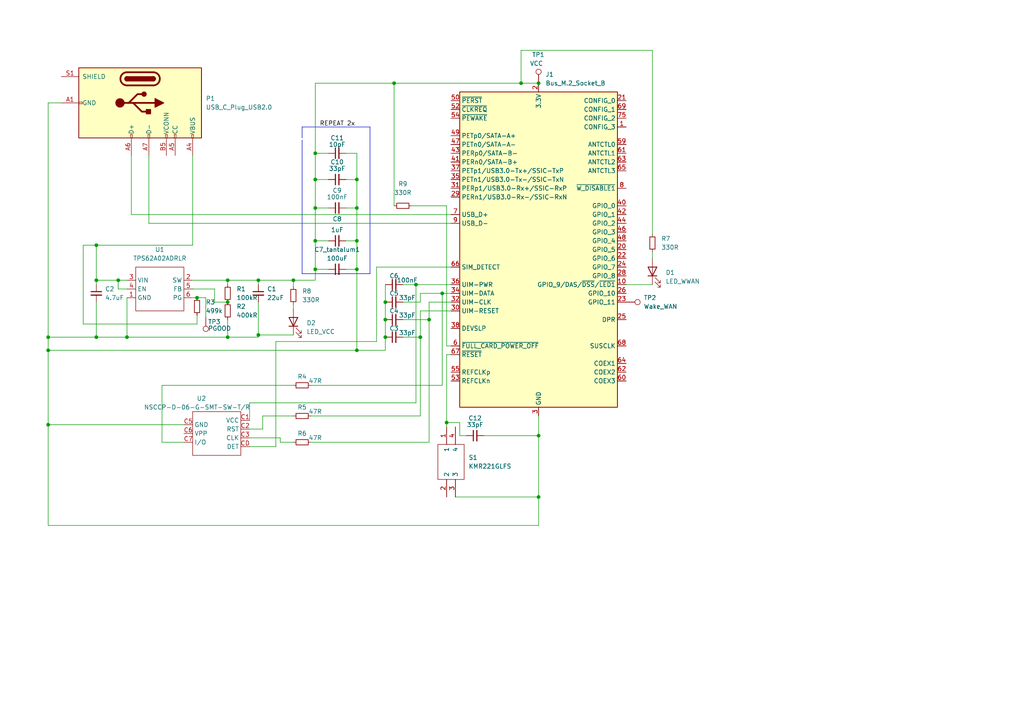
<source format=kicad_sch>
(kicad_sch (version 20230121) (generator eeschema)
  (paper "A4")
  (lib_symbols
    (symbol "Connector:Bus_M.2_Socket_B"
      (property "Reference" "J" (at -22.86 46.99 0))
      (property "Value" "Bus_M.2_Socket_B" (at 16.51 46.99 0))
      (symbol "Bus_M.2_Socket_B_0_1"
        (rectangle (start -22.86 45.72) (end 22.86 -45.72) (stroke (width 0.254)) (fill (type background)))
      )
      (symbol "Bus_M.2_Socket_B_1_1"
        (pin input line (at 25.4 35.56 180) (length 2.54) (name "CONFIG_3") (number "1"))
        (pin bidirectional line (at 25.4 -10.16 180) (length 2.54) (name "GPIO_9/DAS/~{DSS}/~{LED1}") (number "10"))
        (pin passive line (at 0 -48.26 90) (length 2.54) hide (name "GND") (number "11"))
        (pin power_in line (at 0 48.26 270) (length 2.54) (name "3.3V") (number "2"))
        (pin bidirectional line (at 25.4 0 180) (length 2.54) (name "GPIO_5") (number "20"))
        (pin input line (at 25.4 43.18 180) (length 2.54) (name "CONFIG_0") (number "21"))
        (pin bidirectional line (at 25.4 -2.54 180) (length 2.54) (name "GPIO_6") (number "22"))
        (pin bidirectional line (at 25.4 -15.24 180) (length 2.54) (name "GPIO_11") (number "23"))
        (pin bidirectional line (at 25.4 -5.08 180) (length 2.54) (name "GPIO_7") (number "24"))
        (pin output line (at 25.4 -20.32 180) (length 2.54) (name "DPR") (number "25"))
        (pin bidirectional line (at 25.4 -12.7 180) (length 2.54) (name "GPIO_10") (number "26"))
        (pin passive line (at 0 -48.26 90) (length 2.54) hide (name "GND") (number "27"))
        (pin bidirectional line (at 25.4 -7.62 180) (length 2.54) (name "GPIO_8") (number "28"))
        (pin input line (at -25.4 15.24 0) (length 2.54) (name "PERn1/USB3.0-Rx-/SSIC-RxN") (number "29"))
        (pin power_in line (at 0 -48.26 90) (length 2.54) (name "GND") (number "3"))
        (pin input line (at -25.4 -17.78 0) (length 2.54) (name "UIM-RESET") (number "30"))
        (pin input line (at -25.4 17.78 0) (length 2.54) (name "PERp1/USB3.0-Rx+/SSIC-RxP") (number "31"))
        (pin input line (at -25.4 -15.24 0) (length 2.54) (name "UIM-CLK") (number "32"))
        (pin passive line (at 0 -48.26 90) (length 2.54) hide (name "GND") (number "33"))
        (pin bidirectional line (at -25.4 -12.7 0) (length 2.54) (name "UIM-DATA") (number "34"))
        (pin output line (at -25.4 20.32 0) (length 2.54) (name "PETn1/USB3.0-Tx-/SSIC-TxN") (number "35"))
        (pin input line (at -25.4 -10.16 0) (length 2.54) (name "UIM-PWR") (number "36"))
        (pin output line (at -25.4 22.86 0) (length 2.54) (name "PETp1/USB3.0-Tx+/SSIC-TxP") (number "37"))
        (pin output line (at -25.4 -22.86 0) (length 2.54) (name "DEVSLP") (number "38"))
        (pin passive line (at 0 -48.26 90) (length 2.54) hide (name "GND") (number "39"))
        (pin passive line (at 0 48.26 270) (length 2.54) hide (name "3.3V") (number "4"))
        (pin bidirectional line (at 25.4 12.7 180) (length 2.54) (name "GPIO_0") (number "40"))
        (pin input line (at -25.4 25.4 0) (length 2.54) (name "PERn0/SATA-B+") (number "41"))
        (pin bidirectional line (at 25.4 10.16 180) (length 2.54) (name "GPIO_1") (number "42"))
        (pin input line (at -25.4 27.94 0) (length 2.54) (name "PERp0/SATA-B-") (number "43"))
        (pin bidirectional line (at 25.4 7.62 180) (length 2.54) (name "GPIO_2") (number "44"))
        (pin passive line (at 0 -48.26 90) (length 2.54) hide (name "GND") (number "45"))
        (pin bidirectional line (at 25.4 5.08 180) (length 2.54) (name "GPIO_3") (number "46"))
        (pin output line (at -25.4 30.48 0) (length 2.54) (name "PETn0/SATA-A-") (number "47"))
        (pin bidirectional line (at 25.4 2.54 180) (length 2.54) (name "GPIO_4") (number "48"))
        (pin output line (at -25.4 33.02 0) (length 2.54) (name "PETp0/SATA-A+") (number "49"))
        (pin passive line (at 0 -48.26 90) (length 2.54) hide (name "GND") (number "5"))
        (pin output line (at -25.4 43.18 0) (length 2.54) (name "~{PERST}") (number "50"))
        (pin passive line (at 0 -48.26 90) (length 2.54) hide (name "GND") (number "51"))
        (pin bidirectional line (at -25.4 40.64 0) (length 2.54) (name "~{CLKREQ}") (number "52"))
        (pin output line (at -25.4 -38.1 0) (length 2.54) (name "REFCLKn") (number "53"))
        (pin bidirectional line (at -25.4 38.1 0) (length 2.54) (name "~{PEWAKE}") (number "54"))
        (pin output line (at -25.4 -35.56 0) (length 2.54) (name "REFCLKp") (number "55"))
        (pin no_connect line (at 22.86 -43.18 180) (length 2.54) hide (name "NC") (number "56"))
        (pin passive line (at 0 -48.26 90) (length 2.54) hide (name "GND") (number "57"))
        (pin no_connect line (at 22.86 -40.64 180) (length 2.54) hide (name "NC") (number "58"))
        (pin input line (at 25.4 30.48 180) (length 2.54) (name "ANTCTL0") (number "59"))
        (pin output line (at -25.4 -27.94 0) (length 2.54) (name "~{FULL_CARD_POWER_OFF}") (number "6"))
        (pin bidirectional line (at 25.4 -38.1 180) (length 2.54) (name "COEX3") (number "60"))
        (pin input line (at 25.4 27.94 180) (length 2.54) (name "ANTCTL1") (number "61"))
        (pin bidirectional line (at 25.4 -35.56 180) (length 2.54) (name "COEX2") (number "62"))
        (pin input line (at 25.4 25.4 180) (length 2.54) (name "ANTCTL2") (number "63"))
        (pin bidirectional line (at 25.4 -33.02 180) (length 2.54) (name "COEX1") (number "64"))
        (pin input line (at 25.4 22.86 180) (length 2.54) (name "ANTCTL3") (number "65"))
        (pin output line (at -25.4 -5.08 0) (length 2.54) (name "SIM_DETECT") (number "66"))
        (pin output line (at -25.4 -30.48 0) (length 2.54) (name "~{RESET}") (number "67"))
        (pin output line (at 25.4 -27.94 180) (length 2.54) (name "SUSCLK") (number "68"))
        (pin input line (at 25.4 40.64 180) (length 2.54) (name "CONFIG_1") (number "69"))
        (pin bidirectional line (at -25.4 10.16 0) (length 2.54) (name "USB_D+") (number "7"))
        (pin passive line (at 0 48.26 270) (length 2.54) hide (name "3.3V") (number "70"))
        (pin passive line (at 0 -48.26 90) (length 2.54) hide (name "GND") (number "71"))
        (pin passive line (at 0 48.26 270) (length 2.54) hide (name "3.3V") (number "72"))
        (pin passive line (at 0 -48.26 90) (length 2.54) hide (name "GND") (number "73"))
        (pin passive line (at 0 48.26 270) (length 2.54) hide (name "3.3V") (number "74"))
        (pin input line (at 25.4 38.1 180) (length 2.54) (name "CONFIG_2") (number "75"))
        (pin output line (at 25.4 17.78 180) (length 2.54) (name "~{W_DISABLE1}") (number "8"))
        (pin bidirectional line (at -25.4 7.62 0) (length 2.54) (name "USB_D-") (number "9"))
      )
    )
    (symbol "Connector:TestPoint" (pin_numbers hide) (pin_names (offset 0.762) hide)
      (property "Reference" "TP" (at 0 6.858 0))
      (property "Value" "TestPoint" (at 0 5.08 0))
      (symbol "TestPoint_0_1"
        (circle (center 0 3.302) (radius 0.762))
      )
      (symbol "TestPoint_1_1"
        (pin passive line (at 0 0 90) (length 2.54) (name "1") (number "1"))
      )
    )
    (symbol "Connector:USB_C_Plug_USB2.0" (pin_names (offset 1.016))
      (property "Reference" "P" (at -10.16 19.05 0))
      (property "Value" "USB_C_Plug_USB2.0" (at 12.7 19.05 0))
      (symbol "USB_C_Plug_USB2.0_0_0"
        (rectangle (start -0.254 -17.78) (end 0.254 -16.764))
        (rectangle (start 10.16 -2.286) (end 9.144 -2.794))
        (rectangle (start 10.16 2.794) (end 9.144 2.286))
        (rectangle (start 10.16 7.874) (end 9.144 7.366))
        (rectangle (start 10.16 10.414) (end 9.144 9.906))
        (rectangle (start 10.16 15.494) (end 9.144 14.986))
      )
      (symbol "USB_C_Plug_USB2.0_0_1"
        (rectangle (start -10.16 17.78) (end 10.16 -17.78) (stroke (width 0.254)) (fill (type background)))
        (arc (start -8.89 -3.81) (mid -6.985 -5.7067) (end -5.08 -3.81) (stroke (width 0.508)))
        (arc (start -7.62 -3.81) (mid -6.985 -4.4423) (end -6.35 -3.81) (stroke (width 0.254)))
        (arc (start -7.62 -3.81) (mid -6.985 -4.4423) (end -6.35 -3.81) (stroke (width 0.254)) (fill (type outline)))
        (rectangle (start -7.62 -3.81) (end -6.35 3.81) (stroke (width 0.254)) (fill (type outline)))
        (arc (start -6.35 3.81) (mid -6.985 4.4423) (end -7.62 3.81) (stroke (width 0.254)))
        (arc (start -6.35 3.81) (mid -6.985 4.4423) (end -7.62 3.81) (stroke (width 0.254)) (fill (type outline)))
        (arc (start -5.08 3.81) (mid -6.985 5.7067) (end -8.89 3.81) (stroke (width 0.508)))
        (circle (center -2.54 1.143) (radius 0.635) (stroke (width 0.254)) (fill (type outline)))
        (circle (center 0 -5.842) (radius 1.27) (fill (type outline)))
        (polyline (pts (xy -8.89 -3.81) (xy -8.89 3.81)) (stroke (width 0.508)))
        (polyline (pts (xy -5.08 3.81) (xy -5.08 -3.81)) (stroke (width 0.508)))
        (polyline (pts (xy 0 -5.842) (xy 0 4.318)) (stroke (width 0.508)))
        (polyline (pts (xy 0 -3.302) (xy -2.54 -0.762) (xy -2.54 0.508)) (stroke (width 0.508)))
        (polyline (pts (xy 0 -2.032) (xy 2.54 0.508) (xy 2.54 1.778)) (stroke (width 0.508)))
        (polyline (pts (xy -1.27 4.318) (xy 0 6.858) (xy 1.27 4.318) (xy -1.27 4.318)) (stroke (width 0.254)) (fill (type outline)))
        (rectangle (start 1.905 1.778) (end 3.175 3.048) (stroke (width 0.254)) (fill (type outline)))
      )
      (symbol "USB_C_Plug_USB2.0_1_1"
        (pin passive line (at 0 -22.86 90) (length 5.08) (name "GND") (number "A1"))
        (pin passive line (at 0 -22.86 90) (length 5.08) hide (name "GND") (number "A12"))
        (pin passive line (at 15.24 15.24 180) (length 5.08) (name "VBUS") (number "A4"))
        (pin bidirectional line (at 15.24 10.16 180) (length 5.08) (name "CC") (number "A5"))
        (pin bidirectional line (at 15.24 -2.54 180) (length 5.08) (name "D+") (number "A6"))
        (pin bidirectional line (at 15.24 2.54 180) (length 5.08) (name "D-") (number "A7"))
        (pin passive line (at 15.24 15.24 180) (length 5.08) hide (name "VBUS") (number "A9"))
        (pin passive line (at 0 -22.86 90) (length 5.08) hide (name "GND") (number "B1"))
        (pin passive line (at 0 -22.86 90) (length 5.08) hide (name "GND") (number "B12"))
        (pin passive line (at 15.24 15.24 180) (length 5.08) hide (name "VBUS") (number "B4"))
        (pin bidirectional line (at 15.24 7.62 180) (length 5.08) (name "VCONN") (number "B5"))
        (pin passive line (at 15.24 15.24 180) (length 5.08) hide (name "VBUS") (number "B9"))
        (pin passive line (at -7.62 -22.86 90) (length 5.08) (name "SHIELD") (number "S1"))
      )
    )
    (symbol "Custom:KMR221GLFS" (pin_names (offset 0.762))
      (property "Reference" "S" (at 16.51 7.62 0))
      (property "Value" "KMR221GLFS" (at 16.51 5.08 0))
      (symbol "KMR221GLFS_0_0"
        (pin passive line (at 0 -2.54 0) (length 5.08) (name "1") (number "1"))
        (pin passive line (at 20.32 -2.54 180) (length 5.08) (name "2") (number "2"))
        (pin passive line (at 20.32 0 180) (length 5.08) (name "3") (number "3"))
        (pin passive line (at 0 0 0) (length 5.08) (name "4") (number "4"))
      )
      (symbol "KMR221GLFS_0_1"
        (polyline (pts (xy 5.08 2.54) (xy 15.24 2.54) (xy 15.24 -5.08) (xy 5.08 -5.08) (xy 5.08 2.54)) (stroke (width 0.1524)))
      )
    )
    (symbol "Device:C_Small" (pin_numbers hide) (pin_names (offset 0.254) hide)
      (property "Reference" "C" (at 0.254 1.778 0))
      (property "Value" "C_Small" (at 0.254 -2.032 0))
      (symbol "C_Small_0_1"
        (polyline (pts (xy -1.524 -0.508) (xy 1.524 -0.508)) (stroke (width 0.3302)))
        (polyline (pts (xy -1.524 0.508) (xy 1.524 0.508)) (stroke (width 0.3048)))
      )
      (symbol "C_Small_1_1"
        (pin passive line (at 0 2.54 270) (length 2.032) (name "~") (number "1"))
        (pin passive line (at 0 -2.54 90) (length 2.032) (name "~") (number "2"))
      )
    )
    (symbol "Device:LED" (pin_numbers hide) (pin_names (offset 1.016) hide)
      (property "Reference" "D" (at 0 2.54 0))
      (property "Value" "LED" (at 0 -2.54 0))
      (symbol "LED_0_1"
        (polyline (pts (xy -1.27 -1.27) (xy -1.27 1.27)) (stroke (width 0.254)))
        (polyline (pts (xy -1.27 0) (xy 1.27 0)))
        (polyline (pts (xy 1.27 -1.27) (xy 1.27 1.27) (xy -1.27 0) (xy 1.27 -1.27)) (stroke (width 0.254)))
        (polyline (pts (xy -3.048 -0.762) (xy -4.572 -2.286) (xy -3.81 -2.286) (xy -4.572 -2.286) (xy -4.572 -1.524)))
        (polyline (pts (xy -1.778 -0.762) (xy -3.302 -2.286) (xy -2.54 -2.286) (xy -3.302 -2.286) (xy -3.302 -1.524)))
      )
      (symbol "LED_1_1"
        (pin passive line (at -3.81 0 0) (length 2.54) (name "K") (number "1"))
        (pin passive line (at 3.81 0 180) (length 2.54) (name "A") (number "2"))
      )
    )
    (symbol "Device:R_Small" (pin_numbers hide) (pin_names (offset 0.254) hide)
      (property "Reference" "R" (at 0.762 0.508 0))
      (property "Value" "R_Small" (at 0.762 -1.016 0))
      (symbol "R_Small_0_1"
        (rectangle (start -0.762 1.778) (end 0.762 -1.778) (stroke (width 0.2032)))
      )
      (symbol "R_Small_1_1"
        (pin passive line (at 0 2.54 270) (length 0.762) (name "~") (number "1"))
        (pin passive line (at 0 -2.54 90) (length 0.762) (name "~") (number "2"))
      )
    )
    (symbol "Roamer_lib:NSCCP-D-06-G-SMT-SW-T{slash}R"
      (property "Reference" "U" (at 3.175 -5.08 0))
      (property "Value" "NSCCP-D-06-G-SMT-SW-T{slash}R" (at -15.24 -5.08 0))
      (symbol "NSCCP-D-06-G-SMT-SW-T{slash}R_0_1"
        (rectangle (start -13.335 -20.955) (end 0.635 -8.255))
      )
      (symbol "NSCCP-D-06-G-SMT-SW-T{slash}R_1_1"
        (pin power_in line (at 3.175 -10.795 180) (length 2.54) (name "VCC") (number "C1"))
        (pin input line (at 3.175 -13.335 180) (length 2.54) (name "RST") (number "C2"))
        (pin input line (at 3.175 -15.875 180) (length 2.54) (name "CLK") (number "C3"))
        (pin passive line (at -15.875 -12.065 0) (length 2.54) (name "GND") (number "C5"))
        (pin input line (at -15.875 -14.605 0) (length 2.54) (name "VPP") (number "C6"))
        (pin bidirectional line (at -15.875 -17.145 0) (length 2.54) (name "I/O") (number "C7"))
        (pin output line (at 3.175 -18.415 180) (length 2.54) (name "DET") (number "CD"))
      )
    )
    (symbol "Roamer_lib:TPS62A02ADRLR"
      (property "Reference" "U" (at -3.81 -0.635 0))
      (property "Value" "TPS62A02ADRLR" (at -14.605 -0.635 0))
      (symbol "TPS62A02ADRLR_0_1"
        (rectangle (start -16.51 -3.81) (end -2.54 -16.51))
      )
      (symbol "TPS62A02ADRLR_1_1"
        (pin passive line (at -19.05 -12.7 0) (length 2.54) (name "GND") (number "1"))
        (pin power_out line (at 0 -7.62 180) (length 2.54) (name "SW") (number "2"))
        (pin power_in line (at -19.05 -7.62 0) (length 2.54) (name "VIN") (number "3"))
        (pin input line (at -19.05 -10.16 0) (length 2.54) (name "EN") (number "4"))
        (pin input line (at 0 -10.16 180) (length 2.54) (name "FB") (number "5"))
        (pin output line (at 0 -12.7 180) (length 2.54) (name "PG") (number "6"))
      )
    )
  )
  (junction (at 121.92 97.79))
  (junction (at 13.97 101.6))
  (junction (at 13.97 97.79))
  (junction (at 111.76 92.71))
  (junction (at 156.21 24.13))
  (junction (at 91.44 52.07))
  (junction (at 103.505 69.85))
  (junction (at 66.04 81.28))
  (junction (at 27.94 71.12))
  (junction (at 156.21 126.365))
  (junction (at 66.04 97.79))
  (junction (at 103.505 78.105))
  (junction (at 74.93 97.155))
  (junction (at 66.04 87.63))
  (junction (at 36.83 97.79))
  (junction (at 103.505 52.07))
  (junction (at 129.54 122.555))
  (junction (at 91.44 69.85))
  (junction (at 128.27 85.09))
  (junction (at 85.09 81.28))
  (junction (at 91.44 78.105))
  (junction (at 13.97 123.19))
  (junction (at 124.46 92.71))
  (junction (at 103.505 60.325))
  (junction (at 91.44 60.325))
  (junction (at 103.505 101.6))
  (junction (at 151.13 24.13))
  (junction (at 27.94 97.79))
  (junction (at 74.93 81.28))
  (junction (at 156.21 144.145))
  (junction (at 91.44 44.45))
  (junction (at 34.29 81.28))
  (junction (at 111.76 97.79))
  (junction (at 114.3 24.13))
  (junction (at 120.65 82.55))
  (junction (at 57.15 86.36))
  (junction (at 111.76 87.63))
  (junction (at 27.94 81.28))
  (wire (pts (xy 72.39 129.54) (xy 80.01 129.54)))
  (wire (pts (xy 121.92 97.79) (xy 121.92 120.65)))
  (wire (pts (xy 114.3 24.13) (xy 114.3 59.69)))
  (wire (pts (xy 46.99 111.76) (xy 46.99 128.27)))
  (wire (pts (xy 103.505 44.45) (xy 103.505 52.07)))
  (wire (pts (xy 36.83 83.82) (xy 34.29 83.82)))
  (wire (pts (xy 57.15 93.98) (xy 57.15 91.44)))
  (wire (pts (xy 90.17 128.27) (xy 124.46 128.27)))
  (wire (pts (xy 34.29 81.28) (xy 36.83 81.28)))
  (wire (pts (xy 111.76 82.55) (xy 111.76 87.63)))
  (wire (pts (xy 85.09 128.27) (xy 81.28 128.27)))
  (wire (pts (xy 66.04 97.79) (xy 74.93 97.79)))
  (wire (pts (xy 81.28 127) (xy 72.39 127)))
  (wire (pts (xy 38.1 62.23) (xy 38.1 45.085)))
  (wire (pts (xy 120.65 82.55) (xy 120.65 116.84)))
  (wire (pts (xy 74.93 97.155) (xy 74.93 97.79)))
  (wire (pts (xy 13.97 123.19) (xy 53.34 123.19)))
  (wire (pts (xy 129.54 100.33) (xy 130.81 100.33)))
  (wire (pts (xy 120.65 82.55) (xy 130.81 82.55)))
  (wire (pts (xy 57.15 86.36) (xy 59.69 86.36)))
  (wire (pts (xy 27.94 71.12) (xy 27.94 81.28)))
  (wire (pts (xy 81.28 128.27) (xy 81.28 127)))
  (wire (pts (xy 181.61 82.55) (xy 189.23 82.55)))
  (wire (pts (xy 156.21 126.365) (xy 156.21 144.145)))
  (wire (pts (xy 103.505 69.85) (xy 103.505 78.105)))
  (wire (pts (xy 130.81 102.87) (xy 129.54 102.87)))
  (wire (pts (xy 121.92 85.09) (xy 128.27 85.09)))
  (wire (pts (xy 34.29 83.82) (xy 34.29 81.28)))
  (wire (pts (xy 111.76 87.63) (xy 111.76 92.71)))
  (wire (pts (xy 90.17 111.76) (xy 128.27 111.76)))
  (wire (pts (xy 124.46 92.71) (xy 124.46 128.27)))
  (wire (pts (xy 111.76 92.71) (xy 111.76 97.79)))
  (wire (pts (xy 116.84 92.71) (xy 124.46 92.71)))
  (wire (pts (xy 46.99 111.76) (xy 85.09 111.76)))
  (wire (pts (xy 13.97 29.845) (xy 13.97 97.79)))
  (wire (pts (xy 128.27 85.09) (xy 130.81 85.09)))
  (wire (pts (xy 74.93 87.63) (xy 74.93 97.155)))
  (wire (pts (xy 116.84 87.63) (xy 121.92 87.63)))
  (wire (pts (xy 27.94 97.79) (xy 36.83 97.79)))
  (wire (pts (xy 85.09 81.28) (xy 91.44 81.28)))
  (wire (pts (xy 85.09 88.265) (xy 85.09 89.535)))
  (wire (pts (xy 129.54 122.555) (xy 133.35 122.555)))
  (wire (pts (xy 151.13 24.13) (xy 114.3 24.13)))
  (wire (pts (xy 72.39 116.84) (xy 120.65 116.84)))
  (wire (pts (xy 116.84 82.55) (xy 120.65 82.55)))
  (wire (pts (xy 43.18 64.77) (xy 43.18 45.085)))
  (wire (pts (xy 43.18 64.77) (xy 130.81 64.77)))
  (wire (pts (xy 130.81 87.63) (xy 124.46 87.63)))
  (wire (pts (xy 140.335 126.365) (xy 156.21 126.365)))
  (wire (pts (xy 85.09 81.28) (xy 85.09 83.185)))
  (wire (pts (xy 55.88 71.12) (xy 27.94 71.12)))
  (wire (pts (xy 59.69 86.36) (xy 59.69 92.075)))
  (wire (pts (xy 119.38 59.69) (xy 129.54 59.69)))
  (wire (pts (xy 128.27 111.76) (xy 128.27 85.09)))
  (polyline (pts (xy 87.63 40.64) (xy 87.63 79.375)))
  (polyline (pts (xy 107.315 79.375) (xy 107.315 36.83)))
  (wire (pts (xy 13.97 101.6) (xy 13.97 123.19)))
  (wire (pts (xy 27.94 87.63) (xy 27.94 97.79)))
  (wire (pts (xy 13.97 123.19) (xy 13.97 152.4)))
  (polyline (pts (xy 87.63 36.83) (xy 87.63 40.005)))
  (wire (pts (xy 55.88 45.085) (xy 55.88 71.12)))
  (wire (pts (xy 72.39 116.84) (xy 72.39 121.92)))
  (wire (pts (xy 80.01 99.06) (xy 109.22 99.06)))
  (wire (pts (xy 91.44 52.07) (xy 91.44 60.325)))
  (wire (pts (xy 24.13 71.12) (xy 27.94 71.12)))
  (wire (pts (xy 24.13 93.98) (xy 57.15 93.98)))
  (wire (pts (xy 66.04 81.28) (xy 66.04 82.55)))
  (wire (pts (xy 189.23 67.945) (xy 189.23 14.605)))
  (wire (pts (xy 24.13 71.12) (xy 24.13 93.98)))
  (wire (pts (xy 36.83 86.36) (xy 36.83 97.79)))
  (wire (pts (xy 13.97 101.6) (xy 103.505 101.6)))
  (wire (pts (xy 121.92 120.65) (xy 90.17 120.65)))
  (wire (pts (xy 38.1 62.23) (xy 130.81 62.23)))
  (wire (pts (xy 103.505 69.85) (xy 100.33 69.85)))
  (wire (pts (xy 13.97 29.845) (xy 17.78 29.845)))
  (wire (pts (xy 27.94 81.28) (xy 34.29 81.28)))
  (wire (pts (xy 91.44 52.07) (xy 95.25 52.07)))
  (wire (pts (xy 151.13 14.605) (xy 151.13 24.13)))
  (wire (pts (xy 124.46 87.63) (xy 124.46 92.71)))
  (wire (pts (xy 189.23 73.025) (xy 189.23 74.93)))
  (wire (pts (xy 100.33 52.07) (xy 103.505 52.07)))
  (wire (pts (xy 111.76 97.79) (xy 111.76 101.6)))
  (wire (pts (xy 133.35 122.555) (xy 133.35 126.365)))
  (wire (pts (xy 76.2 124.46) (xy 72.39 124.46)))
  (wire (pts (xy 109.22 99.06) (xy 109.22 77.47)))
  (wire (pts (xy 129.54 59.69) (xy 129.54 100.33)))
  (wire (pts (xy 27.94 81.28) (xy 27.94 82.55)))
  (wire (pts (xy 100.33 44.45) (xy 103.505 44.45)))
  (wire (pts (xy 156.21 126.365) (xy 156.21 120.65)))
  (wire (pts (xy 156.21 24.13) (xy 151.13 24.13)))
  (wire (pts (xy 66.04 81.28) (xy 74.93 81.28)))
  (wire (pts (xy 103.505 78.105) (xy 100.33 78.105)))
  (wire (pts (xy 129.54 122.555) (xy 129.54 123.825)))
  (wire (pts (xy 103.505 60.325) (xy 103.505 69.85)))
  (polyline (pts (xy 107.315 36.83) (xy 87.63 36.83)))
  (wire (pts (xy 13.97 97.79) (xy 27.94 97.79)))
  (wire (pts (xy 80.01 129.54) (xy 80.01 99.06)))
  (wire (pts (xy 91.44 78.105) (xy 91.44 81.28)))
  (wire (pts (xy 109.22 77.47) (xy 130.81 77.47)))
  (wire (pts (xy 74.93 81.28) (xy 74.93 82.55)))
  (wire (pts (xy 156.21 144.145) (xy 156.21 152.4)))
  (wire (pts (xy 91.44 78.105) (xy 95.25 78.105)))
  (wire (pts (xy 91.44 69.85) (xy 91.44 78.105)))
  (wire (pts (xy 121.92 87.63) (xy 121.92 85.09)))
  (wire (pts (xy 121.92 90.17) (xy 130.81 90.17)))
  (wire (pts (xy 91.44 44.45) (xy 91.44 52.07)))
  (wire (pts (xy 189.23 14.605) (xy 151.13 14.605)))
  (wire (pts (xy 103.505 60.325) (xy 100.33 60.325)))
  (wire (pts (xy 91.44 24.13) (xy 91.44 44.45)))
  (wire (pts (xy 55.88 86.36) (xy 57.15 86.36)))
  (wire (pts (xy 62.23 83.82) (xy 62.23 87.63)))
  (wire (pts (xy 36.83 97.79) (xy 66.04 97.79)))
  (wire (pts (xy 91.44 60.325) (xy 95.25 60.325)))
  (wire (pts (xy 91.44 44.45) (xy 95.25 44.45)))
  (wire (pts (xy 91.44 69.85) (xy 95.25 69.85)))
  (wire (pts (xy 13.97 152.4) (xy 156.21 152.4)))
  (wire (pts (xy 114.3 24.13) (xy 91.44 24.13)))
  (wire (pts (xy 85.09 120.65) (xy 76.2 120.65)))
  (wire (pts (xy 121.92 90.17) (xy 121.92 97.79)))
  (wire (pts (xy 85.09 97.155) (xy 74.93 97.155)))
  (wire (pts (xy 103.505 78.105) (xy 103.505 101.6)))
  (wire (pts (xy 132.08 144.145) (xy 156.21 144.145)))
  (wire (pts (xy 55.88 81.28) (xy 66.04 81.28)))
  (wire (pts (xy 74.93 81.28) (xy 85.09 81.28)))
  (wire (pts (xy 55.88 83.82) (xy 62.23 83.82)))
  (wire (pts (xy 129.54 102.87) (xy 129.54 122.555)))
  (wire (pts (xy 103.505 101.6) (xy 111.76 101.6)))
  (wire (pts (xy 91.44 60.325) (xy 91.44 69.85)))
  (wire (pts (xy 103.505 52.07) (xy 103.505 60.325)))
  (wire (pts (xy 116.84 97.79) (xy 121.92 97.79)))
  (wire (pts (xy 76.2 120.65) (xy 76.2 124.46)))
  (wire (pts (xy 46.99 128.27) (xy 53.34 128.27)))
  (wire (pts (xy 66.04 92.71) (xy 66.04 97.79)))
  (wire (pts (xy 62.23 87.63) (xy 66.04 87.63)))
  (wire (pts (xy 133.35 126.365) (xy 135.255 126.365)))
  (polyline (pts (xy 87.63 79.375) (xy 107.315 79.375)))
  (wire (pts (xy 13.97 97.79) (xy 13.97 101.6)))
  (label "REPEAT 2x" (at 92.71 36.83 0))
  (symbol (lib_id "Device:R_Small") (at 116.84 59.69 90) (unit 1)
    (property "Reference" "R9" (at 116.84 53.34 90))
    (property "Value" "330R" (at 116.84 55.88 90))
    (property "Footprint" "Resistor_SMD:R_0603_1608Metric_Pad0.98x0.95mm_HandSolder" (effects hide))
  )
  (symbol (lib_id "Connector:USB_C_Plug_USB2.0") (at 40.64 29.845 270) (unit 1)
    (property "Reference" "P1" (at 59.69 28.5749 90) (effects (justify left)))
    (property "Value" "USB_C_Plug_USB2.0" (at 59.69 31.1149 90) (effects (justify left)))
    (property "Footprint" "Connector_USB:USB_C_Plug_Molex_105444" (effects hide))
    (property "Datasheet" "https://www.usb.org/sites/default/files/documents/usb_type-c.zip" (effects hide))
  )
  (symbol (lib_id "Device:R_Small") (at 87.63 128.27 90) (unit 1)
    (property "Reference" "R6" (at 87.63 125.73 90))
    (property "Value" "47R" (at 91.44 127 90))
    (property "Footprint" "Resistor_SMD:R_1206_3216Metric_Pad1.30x1.75mm_HandSolder" (effects hide))
  )
  (symbol (lib_id "Connector:TestPoint") (at 59.69 92.075 180) (unit 1)
    (property "Reference" "TP3" (at 60.325 93.345 0) (effects (justify right)))
    (property "Value" "PGOOD" (at 60.325 95.25 0) (effects (justify right)))
    (property "Footprint" "TestPoint:TestPoint_Pad_1.0x1.0mm" (effects hide))
  )
  (symbol (lib_id "Device:C_Small") (at 137.795 126.365 90) (unit 1)
    (property "Reference" "C12" (at 137.795 121.285 90))
    (property "Value" "33pF" (at 137.795 123.19 90))
    (property "Footprint" "Capacitor_SMD:C_0603_1608Metric_Pad1.08x0.95mm_HandSolder" (effects hide))
  )
  (symbol (lib_id "Device:C_Small") (at 114.3 82.55 90) (unit 1)
    (property "Reference" "C6" (at 114.3 80.01 90))
    (property "Value" "100nF" (at 118.11 81.28 90))
    (property "Footprint" "Capacitor_SMD:C_0603_1608Metric_Pad1.08x0.95mm_HandSolder" (effects hide))
  )
  (symbol (lib_id "Device:R_Small") (at 66.04 90.17 0) (unit 1)
    (property "Reference" "R2" (at 68.58 88.8999 0) (effects (justify left)))
    (property "Value" "400kR" (at 68.58 91.4399 0) (effects (justify left)))
    (property "Footprint" "Resistor_SMD:R_0805_2012Metric_Pad1.20x1.40mm_HandSolder" (effects hide))
  )
  (symbol (lib_id "Roamer_lib:NSCCP-D-06-G-SMT-SW-T{slash}R") (at 69.215 111.125 0) (unit 1)
    (property "Reference" "U2" (at 58.42 115.57 0))
    (property "Value" "NSCCP-D-06-G-SMT-SW-T/R" (at 57.15 118.11 0))
    (property "Datasheet" "https://www.digikey.co.uk/en/products/detail/adam-tech/NSCCP-D-06-G-SMT-SW-T-R/11689348" (effects hide))
  )
  (symbol (lib_id "Device:C_Small") (at 97.79 60.325 90) (unit 1)
    (property "Reference" "C9" (at 97.79 55.245 90))
    (property "Value" "100nF" (at 97.79 57.15 90))
    (property "Footprint" "Capacitor_SMD:C_0603_1608Metric_Pad1.08x0.95mm_HandSolder" (effects hide))
  )
  (symbol (lib_id "Device:C_Small") (at 97.79 78.105 90) (unit 1)
    (property "Reference" "C7_tantalum1" (at 97.79 72.39 90))
    (property "Value" "100uF" (at 97.79 74.93 90))
    (property "Footprint" "Capacitor_Tantalum_SMD:CP_EIA-6032-28_Kemet-C_Pad2.25x2.35mm_HandSolder" (effects hide))
  )
  (symbol (lib_id "Device:C_Small") (at 27.94 85.09 0) (unit 1)
    (property "Reference" "C2" (at 30.48 83.8262 0) (effects (justify left)))
    (property "Value" "4.7uF" (at 30.48 86.3662 0) (effects (justify left)))
    (property "Footprint" "Capacitor_SMD:C_0603_1608Metric_Pad1.08x0.95mm_HandSolder" (effects hide))
  )
  (symbol (lib_id "Device:R_Small") (at 189.23 70.485 0) (unit 1)
    (property "Reference" "R7" (at 191.77 69.2149 0) (effects (justify left)))
    (property "Value" "330R" (at 191.77 71.7549 0) (effects (justify left)))
    (property "Footprint" "Resistor_SMD:R_0603_1608Metric_Pad0.98x0.95mm_HandSolder" (effects hide))
  )
  (symbol (lib_id "Device:C_Small") (at 114.3 87.63 90) (unit 1)
    (property "Reference" "C5" (at 114.3 85.09 90))
    (property "Value" "33pF" (at 118.11 86.36 90))
    (property "Footprint" "Capacitor_SMD:C_0603_1608Metric_Pad1.08x0.95mm_HandSolder" (effects hide))
  )
  (symbol (lib_id "Device:R_Small") (at 87.63 111.76 90) (unit 1)
    (property "Reference" "R4" (at 87.63 109.22 90))
    (property "Value" "47R" (at 91.44 110.49 90))
    (property "Footprint" "Resistor_SMD:R_1206_3216Metric_Pad1.30x1.75mm_HandSolder" (effects hide))
  )
  (symbol (lib_id "Device:LED") (at 189.23 78.74 90) (unit 1)
    (property "Reference" "D1" (at 193.04 79.0574 90) (effects (justify right)))
    (property "Value" "LED_WWAN" (at 193.04 81.5974 90) (effects (justify right)))
    (property "Footprint" "Diode_SMD:D_0402_1005Metric_Pad0.77x0.64mm_HandSolder" (effects hide))
  )
  (symbol (lib_id "Device:C_Small") (at 74.93 85.09 0) (unit 1)
    (property "Reference" "C1" (at 77.47 83.8262 0) (effects (justify left)))
    (property "Value" "22uF" (at 77.47 86.3662 0) (effects (justify left)))
    (property "Footprint" "Capacitor_SMD:C_0603_1608Metric_Pad1.08x0.95mm_HandSolder" (effects hide))
  )
  (symbol (lib_id "Connector:TestPoint") (at 181.61 87.63 270) (unit 1)
    (property "Reference" "TP2" (at 186.69 86.3599 90) (effects (justify left)))
    (property "Value" "Wake_WAN" (at 186.69 88.8999 90) (effects (justify left)))
    (property "Footprint" "TestPoint:TestPoint_Pad_1.0x1.0mm" (effects hide))
  )
  (symbol (lib_id "Device:C_Small") (at 97.79 52.07 90) (unit 1)
    (property "Reference" "C10" (at 97.79 46.99 90))
    (property "Value" "33pF" (at 97.79 48.895 90))
    (property "Footprint" "Capacitor_SMD:C_0603_1608Metric_Pad1.08x0.95mm_HandSolder" (effects hide))
  )
  (symbol (lib_id "Connector:TestPoint") (at 156.21 24.13 0) (unit 1)
    (property "Reference" "TP1" (at 154.305 15.875 0) (effects (justify left)))
    (property "Value" "VCC" (at 153.67 18.415 0) (effects (justify left)))
    (property "Footprint" "TestPoint:TestPoint_Pad_1.0x1.0mm" (effects hide))
  )
  (symbol (lib_id "Device:R_Small") (at 87.63 120.65 90) (unit 1)
    (property "Reference" "R5" (at 87.63 118.11 90))
    (property "Value" "47R" (at 91.44 119.38 90))
    (property "Footprint" "Resistor_SMD:R_1206_3216Metric_Pad1.30x1.75mm_HandSolder" (effects hide))
  )
  (symbol (lib_id "Roamer_lib:TPS62A02ADRLR") (at 55.88 73.66 0) (unit 1)
    (property "Reference" "U1" (at 46.355 72.39 0))
    (property "Value" "TPS62A02ADRLR" (at 46.355 74.93 0))
    (property "Footprint" "TPS:SOTFL50P160X60-6N" (effects hide))
    (property "Datasheet" "https://www.ti.com/lit/ds/symlink/tps62a01a.pdf" (effects hide))
  )
  (symbol (lib_id "Device:R_Small") (at 66.04 85.09 0) (unit 1)
    (property "Reference" "R1" (at 68.58 83.8199 0) (effects (justify left)))
    (property "Value" "100kR" (at 68.58 86.3599 0) (effects (justify left)))
    (property "Footprint" "Resistor_SMD:R_0805_2012Metric_Pad1.20x1.40mm_HandSolder" (effects hide))
  )
  (symbol (lib_id "Connector:Bus_M.2_Socket_B") (at 156.21 72.39 0) (unit 1)
    (property "Reference" "J1" (at 158.2294 21.59 0) (effects (justify left)))
    (property "Value" "Bus_M.2_Socket_B" (at 158.2294 24.13 0) (effects (justify left)))
    (property "Footprint" "NGFF:21991194" (effects hide))
    (property "Datasheet" "http://read.pudn.com/downloads794/doc/project/3133918/PCIe_M.2_Electromechanical_Spec_Rev1.0_Final_11012013_RS_Clean.pdf#page=154" (effects hide))
  )
  (symbol (lib_id "Device:R_Small") (at 57.15 88.9 0) (unit 1)
    (property "Reference" "R3" (at 59.69 87.6299 0) (effects (justify left)))
    (property "Value" "499k" (at 59.69 90.1699 0) (effects (justify left)))
    (property "Footprint" "Resistor_SMD:R_0805_2012Metric_Pad1.20x1.40mm_HandSolder" (effects hide))
  )
  (symbol (lib_id "Device:C_Small") (at 97.79 69.85 90) (unit 1)
    (property "Reference" "C8" (at 97.7963 63.5 90))
    (property "Value" "1uF" (at 97.79 66.675 90))
    (property "Footprint" "Capacitor_SMD:C_0603_1608Metric_Pad1.08x0.95mm_HandSolder" (effects hide))
  )
  (symbol (lib_id "Device:C_Small") (at 114.3 97.79 90) (unit 1)
    (property "Reference" "C3" (at 114.3 95.25 90))
    (property "Value" "33pF" (at 118.11 96.52 90))
    (property "Footprint" "Capacitor_SMD:C_0603_1608Metric_Pad1.08x0.95mm_HandSolder" (effects hide))
  )
  (symbol (lib_id "Device:C_Small") (at 97.79 44.45 90) (unit 1)
    (property "Reference" "C11" (at 97.79 40.005 90))
    (property "Value" "10pF" (at 97.79 41.91 90))
    (property "Footprint" "Capacitor_SMD:C_0603_1608Metric_Pad1.08x0.95mm_HandSolder" (effects hide))
  )
  (symbol (lib_id "Custom:KMR221GLFS") (at 132.08 123.825 270) (unit 1)
    (property "Reference" "S1" (at 135.89 132.7149 90) (effects (justify left)))
    (property "Value" "KMR221GLFS" (at 135.89 135.2549 90) (effects (justify left)))
    (property "Footprint" "KMR:KMR2_1" (effects hide))
    (property "Datasheet" "https://www.ckswitches.com/media/1479/kmr2.pdf" (effects hide))
    (property "Description" "KMR221GLFS (Tactile Switches)" (effects hide))
    (property "Mouser Part Number" "611-KMR221G-LFS" (effects hide))
    (property "Mouser Price/Stock" "https://www.mouser.co.uk/ProductDetail/CK/KMR221GLFS?qs=sb%252But3Lm4x2RtkMQYdEYMA%3D%3D" (effects hide))
    (property "Manufacturer_Name" "C & K COMPONENTS" (effects hide))
    (property "Manufacturer_Part_Number" "KMR221GLFS" (effects hide))
  )
  (symbol (lib_id "Device:LED") (at 85.09 93.345 90) (unit 1)
    (property "Reference" "D2" (at 88.9 93.6624 90) (effects (justify right)))
    (property "Value" "LED_VCC" (at 88.9 96.2024 90) (effects (justify right)))
    (property "Footprint" "Diode_SMD:D_0402_1005Metric_Pad0.77x0.64mm_HandSolder" (effects hide))
  )
  (symbol (lib_id "Device:C_Small") (at 114.3 92.71 90) (unit 1)
    (property "Reference" "C4" (at 114.3 90.17 90))
    (property "Value" "33pF" (at 118.11 91.44 90))
    (property "Footprint" "Capacitor_SMD:C_0603_1608Metric_Pad1.08x0.95mm_HandSolder" (effects hide))
  )
  (symbol (lib_id "Device:R_Small") (at 85.09 85.725 0) (unit 1)
    (property "Reference" "R8" (at 87.63 84.4549 0) (effects (justify left)))
    (property "Value" "330R" (at 87.63 86.9949 0) (effects (justify left)))
    (property "Footprint" "Resistor_SMD:R_0603_1608Metric_Pad0.98x0.95mm_HandSolder" (effects hide))
  )
)
</source>
